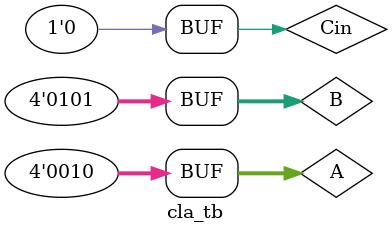
<source format=v>
module cla(A,B,Cin,SUM,Cout );
input [3:0] A, B;
input Cin;
output [3:0] SUM;
output Cout;
wire [3:0] G, P, C;
 assign G = A&B;
 assign P = A^B;
 	assign C[0] = Cin;
 	assign C[1] = G[0] | (P[0] & C[0]);
 	assign C[2] = G[1] | ((P[1]&G[0]) | (P[1]&P[0]&C[0]));
assign C[3] = G[2] | ((P[2]&P[1]&G[0]) | (P[2]&P[1]&P[0]&C[0])); 
assign SUM = A^B^C;
assign Cout = G[3] | ((P[3]&P[2]&P[1]&G[0]) | (P[3]&P[2]&P[1]&P[0]&C[0]));
endmodule

module cla_tb;

	// Inputs
	reg [3:0] A;
	reg [3:0] B;
	reg Cin;

	// Outputs
	wire [3:0] SUM;
	wire Cout;

	// Instantiate the Design Under Test (DUT)
	cla dut (A,B,Cin,SUM,Cout);

	initial begin
		// Initialize Inputs
		A=4'b0000;B=4'b0011;Cin=1'b0;#100;
		A=4'b1000;B=4'b0001;Cin=1'b0;#100;
		A=4'b0100;B=4'b0111;Cin=1'b0;#100;
		A=4'b0010;B=4'b0101;Cin=1'b0;#100;


	end
      
endmodule


</source>
